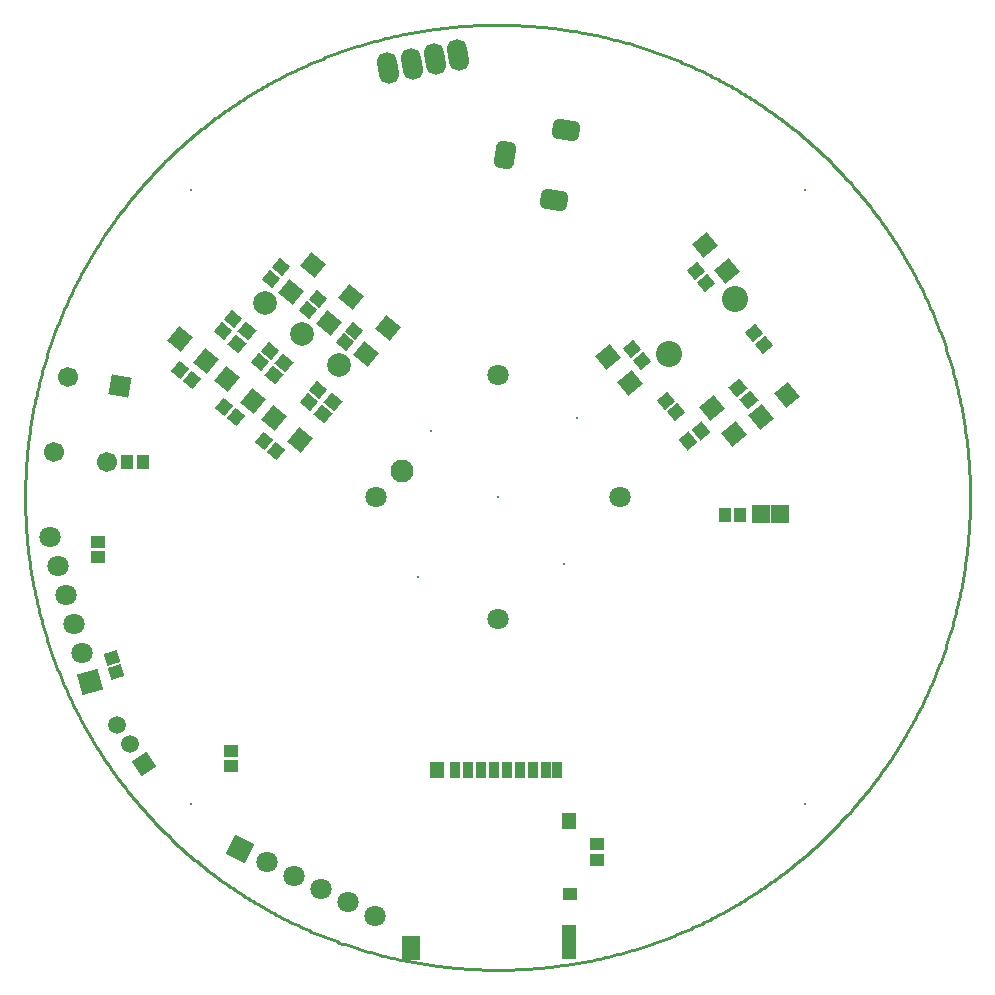
<source format=gbs>
G04*
G04 #@! TF.GenerationSoftware,Altium Limited,Altium Designer,21.6.4 (81)*
G04*
G04 Layer_Color=16711935*
%FSLAX25Y25*%
%MOIN*%
G70*
G04*
G04 #@! TF.SameCoordinates,78FA80CD-A9BF-463E-8246-B3BA63ED9FFF*
G04*
G04*
G04 #@! TF.FilePolarity,Negative*
G04*
G01*
G75*
%ADD21C,0.01000*%
%ADD29R,0.04343X0.04737*%
G04:AMPARAMS|DCode=35|XSize=47.37mil|YSize=43.43mil|CornerRadius=0mil|HoleSize=0mil|Usage=FLASHONLY|Rotation=140.000|XOffset=0mil|YOffset=0mil|HoleType=Round|Shape=Rectangle|*
%AMROTATEDRECTD35*
4,1,4,0.03210,0.00141,0.00418,-0.03186,-0.03210,-0.00141,-0.00418,0.03186,0.03210,0.00141,0.0*
%
%ADD35ROTATEDRECTD35*%

%ADD40R,0.04540X0.04147*%
%ADD42R,0.04737X0.04343*%
%ADD44R,0.04147X0.04540*%
G04:AMPARAMS|DCode=45|XSize=47.37mil|YSize=43.43mil|CornerRadius=0mil|HoleSize=0mil|Usage=FLASHONLY|Rotation=220.000|XOffset=0mil|YOffset=0mil|HoleType=Round|Shape=Rectangle|*
%AMROTATEDRECTD45*
4,1,4,0.00418,0.03186,0.03210,-0.00141,-0.00418,-0.03186,-0.03210,0.00141,0.00418,0.03186,0.0*
%
%ADD45ROTATEDRECTD45*%

G04:AMPARAMS|DCode=49|XSize=45.4mil|YSize=41.47mil|CornerRadius=0mil|HoleSize=0mil|Usage=FLASHONLY|Rotation=40.000|XOffset=0mil|YOffset=0mil|HoleType=Round|Shape=Rectangle|*
%AMROTATEDRECTD49*
4,1,4,-0.00406,-0.03047,-0.03072,0.00129,0.00406,0.03047,0.03072,-0.00129,-0.00406,-0.03047,0.0*
%
%ADD49ROTATEDRECTD49*%

%ADD53R,0.05918X0.06312*%
%ADD56C,0.07099*%
%ADD57C,0.06698*%
%ADD58P,0.09472X4X305.0*%
%ADD59C,0.00800*%
%ADD60P,0.08369X4X169.0*%
%ADD61C,0.05918*%
%ADD62P,0.10040X4X378.5*%
%ADD63P,0.10040X4X150.5*%
G04:AMPARAMS|DCode=64|XSize=90.68mil|YSize=67.06mil|CornerRadius=18.76mil|HoleSize=0mil|Usage=FLASHONLY|Rotation=350.000|XOffset=0mil|YOffset=0mil|HoleType=Round|Shape=RoundedRectangle|*
%AMROUNDEDRECTD64*
21,1,0.09068,0.02953,0,0,350.0*
21,1,0.05315,0.06706,0,0,350.0*
1,1,0.03753,0.02361,-0.01915*
1,1,0.03753,-0.02874,-0.00993*
1,1,0.03753,-0.02361,0.01915*
1,1,0.03753,0.02874,0.00993*
%
%ADD64ROUNDEDRECTD64*%
G04:AMPARAMS|DCode=65|XSize=90.68mil|YSize=67.06mil|CornerRadius=18.76mil|HoleSize=0mil|Usage=FLASHONLY|Rotation=80.000|XOffset=0mil|YOffset=0mil|HoleType=Round|Shape=RoundedRectangle|*
%AMROUNDEDRECTD65*
21,1,0.09068,0.02953,0,0,80.0*
21,1,0.05315,0.06706,0,0,80.0*
1,1,0.03753,0.01915,0.02361*
1,1,0.03753,0.00993,-0.02874*
1,1,0.03753,-0.01915,-0.02361*
1,1,0.03753,-0.00993,0.02874*
%
%ADD65ROUNDEDRECTD65*%
G04:AMPARAMS|DCode=66|XSize=67.06mil|YSize=106.42mil|CornerRadius=0mil|HoleSize=0mil|Usage=FLASHONLY|Rotation=10.000|XOffset=0mil|YOffset=0mil|HoleType=Round|Shape=Round|*
%AMOVALD66*
21,1,0.03937,0.06706,0.00000,0.00000,100.0*
1,1,0.06706,0.00342,-0.01939*
1,1,0.06706,-0.00342,0.01939*
%
%ADD66OVALD66*%

%ADD133C,0.07690*%
%ADD134R,0.05918X0.08280*%
%ADD135R,0.04737X0.11824*%
%ADD136R,0.04737X0.03950*%
%ADD137R,0.04737X0.05524*%
%ADD138R,0.03556X0.05524*%
G04:AMPARAMS|DCode=139|XSize=59.18mil|YSize=63.12mil|CornerRadius=0mil|HoleSize=0mil|Usage=FLASHONLY|Rotation=230.000|XOffset=0mil|YOffset=0mil|HoleType=Round|Shape=Rectangle|*
%AMROTATEDRECTD139*
4,1,4,-0.00516,0.04295,0.04320,0.00238,0.00516,-0.04295,-0.04320,-0.00238,-0.00516,0.04295,0.0*
%
%ADD139ROTATEDRECTD139*%

G04:AMPARAMS|DCode=140|XSize=45.4mil|YSize=41.47mil|CornerRadius=0mil|HoleSize=0mil|Usage=FLASHONLY|Rotation=320.000|XOffset=0mil|YOffset=0mil|HoleType=Round|Shape=Rectangle|*
%AMROTATEDRECTD140*
4,1,4,-0.03072,-0.00129,-0.00406,0.03047,0.03072,0.00129,0.00406,-0.03047,-0.03072,-0.00129,0.0*
%
%ADD140ROTATEDRECTD140*%

G04:AMPARAMS|DCode=141|XSize=59.18mil|YSize=63.12mil|CornerRadius=0mil|HoleSize=0mil|Usage=FLASHONLY|Rotation=320.000|XOffset=0mil|YOffset=0mil|HoleType=Round|Shape=Rectangle|*
%AMROTATEDRECTD141*
4,1,4,-0.04295,-0.00516,-0.00238,0.04320,0.04295,0.00516,0.00238,-0.04320,-0.04295,-0.00516,0.0*
%
%ADD141ROTATEDRECTD141*%

G04:AMPARAMS|DCode=142|XSize=45.4mil|YSize=41.47mil|CornerRadius=0mil|HoleSize=0mil|Usage=FLASHONLY|Rotation=50.000|XOffset=0mil|YOffset=0mil|HoleType=Round|Shape=Rectangle|*
%AMROTATEDRECTD142*
4,1,4,0.00129,-0.03072,-0.03047,-0.00406,-0.00129,0.03072,0.03047,0.00406,0.00129,-0.03072,0.0*
%
%ADD142ROTATEDRECTD142*%

G04:AMPARAMS|DCode=143|XSize=59.18mil|YSize=63.12mil|CornerRadius=0mil|HoleSize=0mil|Usage=FLASHONLY|Rotation=310.000|XOffset=0mil|YOffset=0mil|HoleType=Round|Shape=Rectangle|*
%AMROTATEDRECTD143*
4,1,4,-0.04320,0.00238,0.00516,0.04295,0.04320,-0.00238,-0.00516,-0.04295,-0.04320,0.00238,0.0*
%
%ADD143ROTATEDRECTD143*%

G04:AMPARAMS|DCode=144|XSize=47.37mil|YSize=43.43mil|CornerRadius=0mil|HoleSize=0mil|Usage=FLASHONLY|Rotation=310.000|XOffset=0mil|YOffset=0mil|HoleType=Round|Shape=Rectangle|*
%AMROTATEDRECTD144*
4,1,4,-0.03186,0.00418,0.00141,0.03210,0.03186,-0.00418,-0.00141,-0.03210,-0.03186,0.00418,0.0*
%
%ADD144ROTATEDRECTD144*%

G04:AMPARAMS|DCode=145|XSize=59.18mil|YSize=63.12mil|CornerRadius=0mil|HoleSize=0mil|Usage=FLASHONLY|Rotation=220.000|XOffset=0mil|YOffset=0mil|HoleType=Round|Shape=Rectangle|*
%AMROTATEDRECTD145*
4,1,4,0.00238,0.04320,0.04295,-0.00516,-0.00238,-0.04320,-0.04295,0.00516,0.00238,0.04320,0.0*
%
%ADD145ROTATEDRECTD145*%

G04:AMPARAMS|DCode=146|XSize=45.4mil|YSize=41.47mil|CornerRadius=0mil|HoleSize=0mil|Usage=FLASHONLY|Rotation=17.000|XOffset=0mil|YOffset=0mil|HoleType=Round|Shape=Rectangle|*
%AMROTATEDRECTD146*
4,1,4,-0.01565,-0.02646,-0.02777,0.01319,0.01565,0.02646,0.02777,-0.01319,-0.01565,-0.02646,0.0*
%
%ADD146ROTATEDRECTD146*%

%ADD147C,0.07887*%
%ADD148C,0.08674*%
D21*
X157480Y0D02*
X157477Y1001D01*
X157468Y2001D01*
X157452Y3001D01*
X157430Y4002D01*
X157401Y5002D01*
X157366Y6001D01*
X157325Y7001D01*
X157277Y8000D01*
X157223Y8999D01*
X157163Y9998D01*
X157096Y10996D01*
X157023Y11994D01*
X156944Y12991D01*
X156858Y13988D01*
X156766Y14985D01*
X156667Y15980D01*
X156563Y16975D01*
X156452Y17969D01*
X156334Y18963D01*
X156211Y19956D01*
X156081Y20948D01*
X155945Y21939D01*
X155802Y22929D01*
X155653Y23919D01*
X155498Y24907D01*
X155337Y25894D01*
X155169Y26881D01*
X154995Y27866D01*
X154815Y28850D01*
X154629Y29833D01*
X154436Y30815D01*
X154237Y31795D01*
X154032Y32775D01*
X153821Y33753D01*
X153603Y34729D01*
X153379Y35704D01*
X153149Y36678D01*
X152913Y37650D01*
X152671Y38621D01*
X152423Y39590D01*
X152168Y40558D01*
X151907Y41524D01*
X151640Y42488D01*
X151367Y43450D01*
X151088Y44411D01*
X150803Y45370D01*
X150512Y46327D01*
X150215Y47282D01*
X149911Y48236D01*
X149602Y49187D01*
X149286Y50137D01*
X148965Y51084D01*
X148637Y52029D01*
X148304Y52973D01*
X147964Y53914D01*
X147619Y54853D01*
X147267Y55789D01*
X146910Y56724D01*
X146546Y57656D01*
X146177Y58586D01*
X145802Y59513D01*
X145421Y60438D01*
X145034Y61361D01*
X144641Y62281D01*
X144243Y63199D01*
X143838Y64114D01*
X143428Y65026D01*
X143012Y65936D01*
X142590Y66844D01*
X142163Y67748D01*
X141729Y68650D01*
X141290Y69549D01*
X140846Y70445D01*
X140395Y71338D01*
X139939Y72229D01*
X139478Y73117D01*
X139010Y74001D01*
X138537Y74883D01*
X138059Y75761D01*
X137575Y76637D01*
X137085Y77509D01*
X136590Y78379D01*
X136089Y79245D01*
X135583Y80108D01*
X135071Y80968D01*
X134554Y81824D01*
X134032Y82677D01*
X133504Y83527D01*
X132970Y84374D01*
X132432Y85217D01*
X131888Y86056D01*
X131338Y86893D01*
X130784Y87725D01*
X130224Y88554D01*
X129658Y89380D01*
X129088Y90202D01*
X128512Y91020D01*
X127931Y91835D01*
X127345Y92646D01*
X126754Y93453D01*
X126158Y94256D01*
X125557Y95056D01*
X124950Y95851D01*
X124339Y96643D01*
X123722Y97431D01*
X123101Y98215D01*
X122474Y98995D01*
X121843Y99771D01*
X121207Y100543D01*
X120565Y101312D01*
X119919Y102075D01*
X119269Y102835D01*
X118613Y103591D01*
X117952Y104342D01*
X117287Y105089D01*
X116617Y105833D01*
X115942Y106571D01*
X115263Y107306D01*
X114579Y108036D01*
X113890Y108762D01*
X113197Y109483D01*
X112499Y110200D01*
X111797Y110912D01*
X111090Y111620D01*
X110379Y112324D01*
X109663Y113023D01*
X108942Y113717D01*
X108218Y114407D01*
X107489Y115092D01*
X106755Y115773D01*
X106018Y116449D01*
X105276Y117120D01*
X104530Y117786D01*
X103779Y118448D01*
X103025Y119105D01*
X102266Y119757D01*
X101503Y120404D01*
X100736Y121047D01*
X99965Y121684D01*
X99190Y122317D01*
X98411Y122944D01*
X97628Y123567D01*
X96841Y124185D01*
X96050Y124798D01*
X95255Y125405D01*
X94457Y126008D01*
X93654Y126605D01*
X92848Y127198D01*
X92038Y127785D01*
X91224Y128367D01*
X90407Y128944D01*
X89586Y129516D01*
X88761Y130083D01*
X87933Y130644D01*
X87101Y131200D01*
X86266Y131751D01*
X85427Y132296D01*
X84585Y132836D01*
X83740Y133371D01*
X82890Y133900D01*
X82038Y134424D01*
X81182Y134942D01*
X80324Y135455D01*
X79461Y135963D01*
X78596Y136465D01*
X77728Y136962D01*
X76856Y137453D01*
X75981Y137938D01*
X75103Y138418D01*
X74222Y138892D01*
X73338Y139361D01*
X72452Y139824D01*
X71562Y140282D01*
X70669Y140734D01*
X69774Y141180D01*
X68875Y141620D01*
X67974Y142055D01*
X67070Y142484D01*
X66164Y142907D01*
X65254Y143324D01*
X64343Y143736D01*
X63428Y144142D01*
X62511Y144542D01*
X61592Y144936D01*
X60670Y145325D01*
X59745Y145707D01*
X58818Y146084D01*
X57889Y146455D01*
X56957Y146819D01*
X56024Y147178D01*
X55087Y147531D01*
X54149Y147878D01*
X53208Y148219D01*
X52266Y148554D01*
X51321Y148883D01*
X50374Y149206D01*
X49425Y149523D01*
X48474Y149834D01*
X47521Y150139D01*
X46566Y150438D01*
X45610Y150731D01*
X44651Y151018D01*
X43691Y151298D01*
X42729Y151573D01*
X41765Y151841D01*
X40799Y152103D01*
X39832Y152360D01*
X38864Y152610D01*
X37893Y152853D01*
X36921Y153091D01*
X35948Y153323D01*
X34973Y153548D01*
X33997Y153767D01*
X33019Y153980D01*
X32041Y154186D01*
X31060Y154387D01*
X30079Y154581D01*
X29096Y154769D01*
X28112Y154951D01*
X27127Y155126D01*
X26141Y155296D01*
X25154Y155458D01*
X24166Y155615D01*
X23177Y155765D01*
X22187Y155910D01*
X21196Y156047D01*
X20204Y156179D01*
X19211Y156304D01*
X18218Y156423D01*
X17224Y156536D01*
X16229Y156642D01*
X15234Y156742D01*
X14238Y156835D01*
X13241Y156923D01*
X12244Y157004D01*
X11246Y157078D01*
X10248Y157147D01*
X9249Y157209D01*
X8250Y157264D01*
X7251Y157313D01*
X6251Y157356D01*
X5252Y157393D01*
X4252Y157423D01*
X3251Y157447D01*
X2251Y157464D01*
X1251Y157475D01*
X250Y157480D01*
X-750Y157478D01*
X-1751Y157471D01*
X-2751Y157456D01*
X-3751Y157436D01*
X-4752Y157409D01*
X-5751Y157375D01*
X-6751Y157335D01*
X-7751Y157290D01*
X-8750Y157237D01*
X-9748Y157178D01*
X-10747Y157113D01*
X-11745Y157042D01*
X-12742Y156964D01*
X-13739Y156880D01*
X-14736Y156789D01*
X-15731Y156693D01*
X-16727Y156589D01*
X-17721Y156480D01*
X-18715Y156364D01*
X-19708Y156242D01*
X-20700Y156114D01*
X-21691Y155979D01*
X-22682Y155838D01*
X-23672Y155691D01*
X-24660Y155537D01*
X-25648Y155378D01*
X-26634Y155212D01*
X-27620Y155039D01*
X-28604Y154861D01*
X-29588Y154676D01*
X-30570Y154485D01*
X-31550Y154287D01*
X-32530Y154084D01*
X-33508Y153874D01*
X-34485Y153658D01*
X-35461Y153436D01*
X-36435Y153208D01*
X-37407Y152973D01*
X-38379Y152732D01*
X-39348Y152485D01*
X-40316Y152232D01*
X-41282Y151973D01*
X-42247Y151708D01*
X-43210Y151436D01*
X-44171Y151159D01*
X-45131Y150875D01*
X-46088Y150585D01*
X-47044Y150289D01*
X-47998Y149987D01*
X-48950Y149680D01*
X-49900Y149366D01*
X-50848Y149046D01*
X-51793Y148720D01*
X-52737Y148387D01*
X-53679Y148049D01*
X-54618Y147705D01*
X-55556Y147355D01*
X-56491Y147000D01*
X-57423Y146638D01*
X-58354Y146270D01*
X-59282Y145896D01*
X-60208Y145517D01*
X-61131Y145131D01*
X-62052Y144740D01*
X-62970Y144343D01*
X-63886Y143940D01*
X-64799Y143531D01*
X-65709Y143116D01*
X-66617Y142696D01*
X-67523Y142270D01*
X-68425Y141838D01*
X-69325Y141401D01*
X-70222Y140957D01*
X-71116Y140508D01*
X-72007Y140054D01*
X-72895Y139593D01*
X-73781Y139128D01*
X-74663Y138656D01*
X-75542Y138179D01*
X-76419Y137696D01*
X-77292Y137208D01*
X-78162Y136714D01*
X-79029Y136215D01*
X-79893Y135710D01*
X-80753Y135199D01*
X-81611Y134684D01*
X-82465Y134163D01*
X-83315Y133636D01*
X-84163Y133104D01*
X-85007Y132567D01*
X-85847Y132024D01*
X-86684Y131476D01*
X-87518Y130922D01*
X-88348Y130364D01*
X-89174Y129800D01*
X-89997Y129231D01*
X-90816Y128656D01*
X-91632Y128077D01*
X-92444Y127492D01*
X-93252Y126902D01*
X-94056Y126307D01*
X-94857Y125707D01*
X-95653Y125102D01*
X-96446Y124492D01*
X-97235Y123877D01*
X-98020Y123256D01*
X-98801Y122631D01*
X-99578Y122001D01*
X-100351Y121366D01*
X-101120Y120726D01*
X-101885Y120081D01*
X-102646Y119431D01*
X-103403Y118777D01*
X-104155Y118117D01*
X-104903Y117453D01*
X-105648Y116785D01*
X-106387Y116111D01*
X-107123Y115433D01*
X-107854Y114750D01*
X-108581Y114062D01*
X-109303Y113370D01*
X-110021Y112674D01*
X-110735Y111972D01*
X-111444Y111267D01*
X-112149Y110556D01*
X-112849Y109842D01*
X-113544Y109123D01*
X-114235Y108399D01*
X-114921Y107671D01*
X-115603Y106939D01*
X-116280Y106202D01*
X-116953Y105462D01*
X-117620Y104716D01*
X-118283Y103967D01*
X-118941Y103214D01*
X-119595Y102456D01*
X-120243Y101694D01*
X-120887Y100928D01*
X-121525Y100158D01*
X-122159Y99384D01*
X-122788Y98606D01*
X-123412Y97824D01*
X-124031Y97038D01*
X-124645Y96248D01*
X-125254Y95454D01*
X-125858Y94656D01*
X-126457Y93855D01*
X-127050Y93050D01*
X-127639Y92241D01*
X-128222Y91428D01*
X-128801Y90611D01*
X-129374Y89791D01*
X-129941Y88968D01*
X-130504Y88140D01*
X-131061Y87309D01*
X-131614Y86475D01*
X-132160Y85637D01*
X-132702Y84796D01*
X-133238Y83951D01*
X-133768Y83103D01*
X-134293Y82252D01*
X-134813Y81397D01*
X-135328Y80539D01*
X-135837Y79677D01*
X-136340Y78813D01*
X-136838Y77945D01*
X-137330Y77074D01*
X-137817Y76200D01*
X-138299Y75323D01*
X-138774Y74443D01*
X-139244Y73560D01*
X-139709Y72674D01*
X-140168Y71785D01*
X-140621Y70893D01*
X-141069Y69998D01*
X-141510Y69100D01*
X-141947Y68200D01*
X-142377Y67297D01*
X-142802Y66391D01*
X-143220Y65482D01*
X-143634Y64571D01*
X-144041Y63657D01*
X-144442Y62741D01*
X-144838Y61822D01*
X-145228Y60901D01*
X-145612Y59977D01*
X-145990Y59051D01*
X-146362Y58122D01*
X-146729Y57191D01*
X-147089Y56258D01*
X-147443Y55322D01*
X-147792Y54384D01*
X-148134Y53444D01*
X-148471Y52502D01*
X-148801Y51558D01*
X-149126Y50611D01*
X-149444Y49663D01*
X-149757Y48713D01*
X-150063Y47760D01*
X-150364Y46806D01*
X-150658Y45850D01*
X-150946Y44892D01*
X-151228Y43932D01*
X-151505Y42970D01*
X-151774Y42007D01*
X-152038Y41042D01*
X-152296Y40075D01*
X-152547Y39107D01*
X-152793Y38137D01*
X-153032Y37165D01*
X-153265Y36192D01*
X-153492Y35218D01*
X-153712Y34242D01*
X-153927Y33265D01*
X-154135Y32286D01*
X-154337Y31306D01*
X-154533Y30325D01*
X-154722Y29343D01*
X-154906Y28359D01*
X-155083Y27375D01*
X-155254Y26389D01*
X-155418Y25402D01*
X-155576Y24414D01*
X-155728Y23425D01*
X-155874Y22436D01*
X-156013Y21445D01*
X-156146Y20453D01*
X-156273Y19461D01*
X-156394Y18468D01*
X-156508Y17474D01*
X-156616Y16479D01*
X-156717Y15484D01*
X-156813Y14488D01*
X-156901Y13491D01*
X-156984Y12494D01*
X-157060Y11497D01*
X-157130Y10499D01*
X-157194Y9500D01*
X-157251Y8501D01*
X-157301Y7502D01*
X-157346Y6503D01*
X-157384Y5503D01*
X-157416Y4503D01*
X-157441Y3503D01*
X-157460Y2503D01*
X-157473Y1502D01*
X-157480Y502D01*
X-157480Y-499D01*
X-157473Y-1499D01*
X-157460Y-2499D01*
X-157441Y-3500D01*
X-157416Y-4500D01*
X-157384Y-5500D01*
X-157346Y-6499D01*
X-157302Y-7499D01*
X-157251Y-8498D01*
X-157194Y-9497D01*
X-157130Y-10496D01*
X-157060Y-11494D01*
X-156984Y-12491D01*
X-156902Y-13488D01*
X-156813Y-14485D01*
X-156718Y-15481D01*
X-156616Y-16476D01*
X-156508Y-17470D01*
X-156394Y-18464D01*
X-156274Y-19458D01*
X-156147Y-20450D01*
X-156014Y-21442D01*
X-155874Y-22432D01*
X-155729Y-23422D01*
X-155577Y-24411D01*
X-155419Y-25399D01*
X-155254Y-26386D01*
X-155083Y-27371D01*
X-154906Y-28356D01*
X-154723Y-29340D01*
X-154534Y-30322D01*
X-154338Y-31303D01*
X-154136Y-32283D01*
X-153928Y-33262D01*
X-153713Y-34239D01*
X-153493Y-35215D01*
X-153266Y-36189D01*
X-153033Y-37162D01*
X-152794Y-38133D01*
X-152548Y-39103D01*
X-152297Y-40072D01*
X-152039Y-41039D01*
X-151775Y-42004D01*
X-151505Y-42967D01*
X-151229Y-43929D01*
X-150947Y-44888D01*
X-150659Y-45847D01*
X-150365Y-46803D01*
X-150064Y-47757D01*
X-149758Y-48709D01*
X-149445Y-49660D01*
X-149127Y-50608D01*
X-148802Y-51555D01*
X-148472Y-52499D01*
X-148135Y-53441D01*
X-147793Y-54381D01*
X-147444Y-55319D01*
X-147090Y-56254D01*
X-146730Y-57188D01*
X-146363Y-58119D01*
X-145991Y-59047D01*
X-145613Y-59974D01*
X-145229Y-60898D01*
X-144839Y-61819D01*
X-144444Y-62738D01*
X-144042Y-63654D01*
X-143635Y-64568D01*
X-143222Y-65479D01*
X-142803Y-66388D01*
X-142378Y-67294D01*
X-141948Y-68197D01*
X-141512Y-69097D01*
X-141070Y-69995D01*
X-140622Y-70890D01*
X-140169Y-71782D01*
X-139710Y-72671D01*
X-139246Y-73557D01*
X-138776Y-74440D01*
X-138300Y-75320D01*
X-137819Y-76197D01*
X-137332Y-77071D01*
X-136840Y-77942D01*
X-136342Y-78810D01*
X-135838Y-79674D01*
X-135329Y-80536D01*
X-134815Y-81394D01*
X-134295Y-82249D01*
X-133770Y-83100D01*
X-133239Y-83948D01*
X-132703Y-84793D01*
X-132162Y-85634D01*
X-131615Y-86472D01*
X-131063Y-87307D01*
X-130506Y-88138D01*
X-129943Y-88965D01*
X-129376Y-89789D01*
X-128803Y-90609D01*
X-128224Y-91425D01*
X-127641Y-92238D01*
X-127052Y-93047D01*
X-126459Y-93852D01*
X-125860Y-94654D01*
X-125256Y-95451D01*
X-124647Y-96245D01*
X-124033Y-97035D01*
X-123414Y-97821D01*
X-122790Y-98603D01*
X-122161Y-99381D01*
X-121528Y-100155D01*
X-120889Y-100926D01*
X-120245Y-101691D01*
X-119597Y-102453D01*
X-118943Y-103211D01*
X-118285Y-103965D01*
X-117622Y-104714D01*
X-116955Y-105459D01*
X-116282Y-106200D01*
X-115605Y-106937D01*
X-114924Y-107669D01*
X-114237Y-108397D01*
X-113547Y-109120D01*
X-112851Y-109839D01*
X-112151Y-110554D01*
X-111446Y-111264D01*
X-110737Y-111970D01*
X-110024Y-112671D01*
X-109306Y-113368D01*
X-108583Y-114060D01*
X-107856Y-114748D01*
X-107125Y-115431D01*
X-106390Y-116109D01*
X-105650Y-116782D01*
X-104906Y-117451D01*
X-104158Y-118115D01*
X-103405Y-118775D01*
X-102648Y-119429D01*
X-101888Y-120079D01*
X-101123Y-120724D01*
X-100354Y-121364D01*
X-99581Y-121999D01*
X-98804Y-122629D01*
X-98023Y-123254D01*
X-97238Y-123874D01*
X-96449Y-124490D01*
X-95656Y-125100D01*
X-94859Y-125705D01*
X-94059Y-126305D01*
X-93254Y-126900D01*
X-92446Y-127490D01*
X-91635Y-128075D01*
X-90819Y-128654D01*
X-90000Y-129229D01*
X-89177Y-129798D01*
X-88351Y-130362D01*
X-87521Y-130921D01*
X-86687Y-131474D01*
X-85850Y-132022D01*
X-85010Y-132565D01*
X-84166Y-133102D01*
X-83319Y-133634D01*
X-82468Y-134161D01*
X-81614Y-134682D01*
X-80757Y-135198D01*
X-79896Y-135708D01*
X-79032Y-136213D01*
X-78166Y-136712D01*
X-77295Y-137206D01*
X-76422Y-137694D01*
X-75546Y-138177D01*
X-74667Y-138654D01*
X-73784Y-139126D01*
X-72899Y-139592D01*
X-72010Y-140052D01*
X-71119Y-140506D01*
X-70225Y-140955D01*
X-69328Y-141399D01*
X-68429Y-141836D01*
X-67526Y-142268D01*
X-66621Y-142694D01*
X-65713Y-143115D01*
X-64803Y-143529D01*
X-63889Y-143938D01*
X-62974Y-144341D01*
X-62055Y-144738D01*
X-61135Y-145130D01*
X-60211Y-145515D01*
X-59286Y-145895D01*
X-58358Y-146268D01*
X-57427Y-146636D01*
X-56495Y-146998D01*
X-55560Y-147354D01*
X-54622Y-147704D01*
X-53683Y-148048D01*
X-52741Y-148386D01*
X-51798Y-148718D01*
X-50852Y-149044D01*
X-49904Y-149364D01*
X-48954Y-149678D01*
X-48002Y-149986D01*
X-47048Y-150288D01*
X-46093Y-150584D01*
X-45135Y-150874D01*
X-44175Y-151157D01*
X-43214Y-151435D01*
X-42251Y-151707D01*
X-41287Y-151972D01*
X-40321Y-152231D01*
X-39353Y-152484D01*
X-38383Y-152731D01*
X-37412Y-152972D01*
X-36439Y-153207D01*
X-35465Y-153435D01*
X-34490Y-153657D01*
X-33513Y-153873D01*
X-32535Y-154083D01*
X-31555Y-154287D01*
X-30574Y-154484D01*
X-29592Y-154675D01*
X-28609Y-154860D01*
X-27624Y-155038D01*
X-26639Y-155211D01*
X-25652Y-155377D01*
X-24665Y-155537D01*
X-23676Y-155690D01*
X-22686Y-155838D01*
X-21696Y-155979D01*
X-20704Y-156113D01*
X-19712Y-156242D01*
X-18719Y-156364D01*
X-17725Y-156480D01*
X-16731Y-156589D01*
X-15736Y-156692D01*
X-14740Y-156789D01*
X-13743Y-156879D01*
X-12746Y-156964D01*
X-11749Y-157041D01*
X-10751Y-157113D01*
X-9753Y-157178D01*
X-8754Y-157237D01*
X-7755Y-157289D01*
X-6755Y-157335D01*
X-5756Y-157375D01*
X-4756Y-157408D01*
X-3755Y-157436D01*
X-2755Y-157456D01*
X-1755Y-157471D01*
X-754Y-157478D01*
X246Y-157480D01*
X1247Y-157475D01*
X2247Y-157464D01*
X3248Y-157447D01*
X4248Y-157423D01*
X5248Y-157393D01*
X6248Y-157356D01*
X7247Y-157314D01*
X8247Y-157264D01*
X9245Y-157209D01*
X10244Y-157147D01*
X11242Y-157079D01*
X12240Y-157004D01*
X13237Y-156923D01*
X14234Y-156836D01*
X15230Y-156742D01*
X16226Y-156642D01*
X17220Y-156536D01*
X18215Y-156423D01*
X19208Y-156305D01*
X20201Y-156179D01*
X21192Y-156048D01*
X22184Y-155910D01*
X23174Y-155766D01*
X24163Y-155616D01*
X25151Y-155459D01*
X26138Y-155296D01*
X27124Y-155127D01*
X28109Y-154951D01*
X29093Y-154770D01*
X30076Y-154582D01*
X31057Y-154387D01*
X32037Y-154187D01*
X33016Y-153980D01*
X33994Y-153768D01*
X34970Y-153549D01*
X35945Y-153323D01*
X36918Y-153092D01*
X37890Y-152854D01*
X38861Y-152610D01*
X39829Y-152360D01*
X40797Y-152104D01*
X41762Y-151842D01*
X42726Y-151574D01*
X43688Y-151299D01*
X44648Y-151019D01*
X45607Y-150732D01*
X46564Y-150439D01*
X47518Y-150140D01*
X48471Y-149835D01*
X49422Y-149524D01*
X50371Y-149207D01*
X51318Y-148884D01*
X52263Y-148555D01*
X53206Y-148220D01*
X54146Y-147879D01*
X55085Y-147532D01*
X56021Y-147179D01*
X56955Y-146820D01*
X57886Y-146455D01*
X58816Y-146085D01*
X59743Y-145708D01*
X60667Y-145326D01*
X61589Y-144937D01*
X62509Y-144543D01*
X63426Y-144143D01*
X64340Y-143737D01*
X65252Y-143325D01*
X66162Y-142908D01*
X67068Y-142485D01*
X67972Y-142056D01*
X68873Y-141621D01*
X69771Y-141181D01*
X70667Y-140735D01*
X71560Y-140283D01*
X72449Y-139825D01*
X73336Y-139362D01*
X74220Y-138893D01*
X75101Y-138419D01*
X75979Y-137939D01*
X76854Y-137454D01*
X77726Y-136963D01*
X78594Y-136466D01*
X79460Y-135964D01*
X80322Y-135456D01*
X81181Y-134943D01*
X82037Y-134425D01*
X82889Y-133901D01*
X83738Y-133372D01*
X84584Y-132837D01*
X85426Y-132297D01*
X86265Y-131752D01*
X87100Y-131201D01*
X87932Y-130645D01*
X88760Y-130084D01*
X89584Y-129517D01*
X90406Y-128945D01*
X91223Y-128368D01*
X92037Y-127786D01*
X92847Y-127199D01*
X93653Y-126606D01*
X94455Y-126009D01*
X95254Y-125406D01*
X96049Y-124799D01*
X96840Y-124186D01*
X97627Y-123568D01*
X98410Y-122945D01*
X99189Y-122318D01*
X99964Y-121685D01*
X100735Y-121047D01*
X101502Y-120405D01*
X102265Y-119758D01*
X103024Y-119106D01*
X103779Y-118449D01*
X104529Y-117787D01*
X105275Y-117120D01*
X106017Y-116449D01*
X106755Y-115773D01*
X107488Y-115093D01*
X108217Y-114408D01*
X108942Y-113718D01*
X109662Y-113023D01*
X110378Y-112324D01*
X111089Y-111621D01*
X111796Y-110913D01*
X112499Y-110200D01*
X113197Y-109483D01*
X113890Y-108762D01*
X114578Y-108036D01*
X115263Y-107306D01*
X115942Y-106572D01*
X116617Y-105833D01*
X117287Y-105090D01*
X117952Y-104343D01*
X118613Y-103591D01*
X119268Y-102835D01*
X119919Y-102076D01*
X120565Y-101312D01*
X121206Y-100544D01*
X121843Y-99772D01*
X122474Y-98996D01*
X123101Y-98215D01*
X123722Y-97431D01*
X124339Y-96643D01*
X124950Y-95851D01*
X125557Y-95056D01*
X126158Y-94256D01*
X126754Y-93453D01*
X127346Y-92646D01*
X127931Y-91835D01*
X128512Y-91020D01*
X129088Y-90202D01*
X129658Y-89380D01*
X130224Y-88554D01*
X130784Y-87725D01*
X131338Y-86892D01*
X131888Y-86056D01*
X132432Y-85216D01*
X132971Y-84373D01*
X133504Y-83527D01*
X134032Y-82677D01*
X134554Y-81824D01*
X135072Y-80967D01*
X135583Y-80108D01*
X136090Y-79245D01*
X136590Y-78378D01*
X137085Y-77509D01*
X137575Y-76637D01*
X138059Y-75761D01*
X138538Y-74882D01*
X139011Y-74001D01*
X139478Y-73116D01*
X139940Y-72228D01*
X140396Y-71338D01*
X140846Y-70445D01*
X141291Y-69548D01*
X141730Y-68649D01*
X142163Y-67747D01*
X142591Y-66843D01*
X143012Y-65935D01*
X143428Y-65026D01*
X143839Y-64113D01*
X144243Y-63198D01*
X144642Y-62280D01*
X145034Y-61360D01*
X145421Y-60437D01*
X145802Y-59512D01*
X146177Y-58585D01*
X146547Y-57655D01*
X146910Y-56723D01*
X147267Y-55788D01*
X147619Y-54852D01*
X147965Y-53913D01*
X148304Y-52971D01*
X148638Y-52028D01*
X148965Y-51083D01*
X149287Y-50135D01*
X149602Y-49186D01*
X149912Y-48234D01*
X150215Y-47281D01*
X150512Y-46326D01*
X150804Y-45368D01*
X151089Y-44409D01*
X151368Y-43449D01*
X151641Y-42486D01*
X151908Y-41522D01*
X152169Y-40556D01*
X152423Y-39588D01*
X152672Y-38619D01*
X152914Y-37648D01*
X153150Y-36676D01*
X153380Y-35702D01*
X153604Y-34727D01*
X153821Y-33751D01*
X154032Y-32773D01*
X154237Y-31794D01*
X154436Y-30813D01*
X154629Y-29831D01*
X154815Y-28848D01*
X154996Y-27864D01*
X155169Y-26879D01*
X155337Y-25892D01*
X155499Y-24905D01*
X155654Y-23917D01*
X155802Y-22927D01*
X155945Y-21937D01*
X156081Y-20946D01*
X156211Y-19954D01*
X156335Y-18961D01*
X156452Y-17967D01*
X156563Y-16973D01*
X156668Y-15978D01*
X156766Y-14982D01*
X156858Y-13986D01*
X156944Y-12989D01*
X157023Y-11992D01*
X157096Y-10994D01*
X157163Y-9996D01*
X157223Y-8997D01*
X157277Y-7998D01*
X157325Y-6999D01*
X157366Y-5999D01*
X157401Y-4999D01*
X157430Y-3999D01*
X157452Y-2999D01*
X157468Y-1998D01*
X157477Y-998D01*
X157480Y0D01*
D29*
X-123524Y11811D02*
D03*
X-118209D02*
D03*
D35*
X-74480Y40866D02*
D03*
X-71064Y44938D02*
D03*
X-86846Y51242D02*
D03*
X-83429Y55314D02*
D03*
X-58243Y27755D02*
D03*
X-54826Y31827D02*
D03*
D40*
X-88976Y-89567D02*
D03*
Y-84449D02*
D03*
X-133071Y-19882D02*
D03*
Y-14764D02*
D03*
D42*
X33071Y-115453D02*
D03*
Y-120768D02*
D03*
D44*
X75783Y-5717D02*
D03*
X80901D02*
D03*
D45*
X83640Y32530D02*
D03*
X80224Y36601D02*
D03*
D49*
X48096Y45490D02*
D03*
X44806Y49411D02*
D03*
X69381Y71573D02*
D03*
X66091Y75494D02*
D03*
X88808Y50871D02*
D03*
X85518Y54791D02*
D03*
X59446Y28289D02*
D03*
X56156Y32210D02*
D03*
D53*
X94095Y-5512D02*
D03*
X87795D02*
D03*
D56*
X40645Y0D02*
D03*
X-40645D02*
D03*
X0Y-40645D02*
D03*
Y40645D02*
D03*
X-41012Y-139501D02*
D03*
X-49962Y-135039D02*
D03*
X-67861Y-126116D02*
D03*
X-76810Y-121653D02*
D03*
X-58911Y-130577D02*
D03*
X-149201Y-13311D02*
D03*
X-146528Y-22947D02*
D03*
X-141183Y-42220D02*
D03*
X-138511Y-51856D02*
D03*
X-143856Y-32583D02*
D03*
D57*
X-143307Y40157D02*
D03*
X-147751Y14956D02*
D03*
X-130303Y11879D02*
D03*
D58*
X-125860Y37081D02*
D03*
D59*
X-102362Y102362D02*
D03*
Y-102362D02*
D03*
X102362D02*
D03*
Y102362D02*
D03*
X22271Y-22271D02*
D03*
X-22271Y22271D02*
D03*
X26447Y26447D02*
D03*
X-26447Y-26447D02*
D03*
X0Y0D02*
D03*
D60*
X-118038Y-88811D02*
D03*
D61*
X-122441Y-82284D02*
D03*
X-126844Y-75756D02*
D03*
D62*
X-85759Y-117192D02*
D03*
D63*
X-135839Y-61492D02*
D03*
D64*
X18785Y99208D02*
D03*
X22887Y122471D02*
D03*
D65*
X2613Y114052D02*
D03*
D66*
X-36435Y143225D02*
D03*
X-13171Y147327D02*
D03*
X-20926Y145959D02*
D03*
X-28680Y144592D02*
D03*
D133*
X-31890Y8661D02*
D03*
D134*
X-28937Y-150295D02*
D03*
D135*
X23622Y-148327D02*
D03*
D136*
X24213Y-132185D02*
D03*
D137*
X23622Y-107776D02*
D03*
X-20276Y-90847D02*
D03*
D138*
X19882D02*
D03*
X16142Y-90847D02*
D03*
X11811Y-90846D02*
D03*
X7480D02*
D03*
X3150Y-90846D02*
D03*
X-1181Y-90847D02*
D03*
X-5512Y-90847D02*
D03*
X-9843Y-90847D02*
D03*
X-14173Y-90847D02*
D03*
D139*
X-61389Y77293D02*
D03*
X-68728Y68546D02*
D03*
X-49024Y66917D02*
D03*
X-56363Y58171D02*
D03*
X-36659Y56541D02*
D03*
X-43997Y47795D02*
D03*
D140*
X-63005Y31880D02*
D03*
X-59715Y35801D02*
D03*
X-72229Y76624D02*
D03*
X-75519Y72703D02*
D03*
X-75953Y48912D02*
D03*
X-79243Y44991D02*
D03*
X-59864Y66248D02*
D03*
X-63154Y62327D02*
D03*
X-88318Y59287D02*
D03*
X-91608Y55367D02*
D03*
X-47752Y55571D02*
D03*
X-51042Y51650D02*
D03*
D141*
X-74542Y26399D02*
D03*
X-65796Y19060D02*
D03*
X-90225Y39559D02*
D03*
X-81479Y32220D02*
D03*
X-105908Y52718D02*
D03*
X-97162Y45379D02*
D03*
D142*
X-105842Y42384D02*
D03*
X-101921Y39094D02*
D03*
X-91064Y29984D02*
D03*
X-87143Y26694D02*
D03*
X-77794Y18849D02*
D03*
X-73873Y15559D02*
D03*
D143*
X44089Y38016D02*
D03*
X36750Y46762D02*
D03*
X76425Y75428D02*
D03*
X69086Y84174D02*
D03*
X71589Y29742D02*
D03*
X78928Y20995D02*
D03*
D144*
X63562Y18637D02*
D03*
X67633Y22053D02*
D03*
D145*
X87806Y26646D02*
D03*
X96552Y33985D02*
D03*
D146*
X-127205Y-58353D02*
D03*
X-128701Y-53458D02*
D03*
D147*
X-65121Y54470D02*
D03*
X-77486Y64846D02*
D03*
X-52756Y44094D02*
D03*
D148*
X79103Y66112D02*
D03*
X57087Y47638D02*
D03*
M02*

</source>
